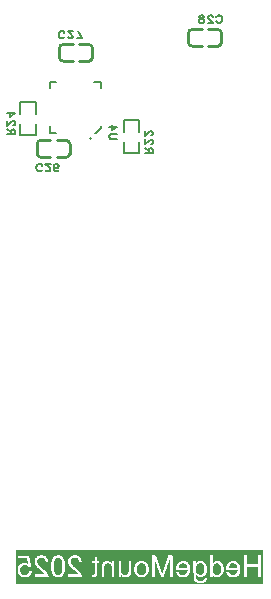
<source format=gbo>
G04 Layer: BottomSilkscreenLayer*
G04 EasyEDA Pro v2.2.40.8, 2025-08-03 21:23:04*
G04 Gerber Generator version 0.3*
G04 Scale: 100 percent, Rotated: No, Reflected: No*
G04 Dimensions in millimeters*
G04 Leading zeros omitted, absolute positions, 4 integers and 5 decimals*
G04 Generated by one-click*
%FSLAX45Y45*%
%MOMM*%
%ADD10C,0.1524*%
%ADD11C,0.254*%
%ADD12C,0.14999*%
%ADD13C,0.1*%
%ADD14C,0.5354*%
G75*


G04 Text Start*
G54D10*
G01X359611Y3469749D02*
G01X356563Y3463399D01*
G01X350213Y3457303D01*
G01X344117Y3454255D01*
G01X331671Y3454255D01*
G01X325575Y3457303D01*
G01X319225Y3463399D01*
G01X316177Y3469749D01*
G01X313129Y3478893D01*
G01X313129Y3494387D01*
G01X316177Y3503785D01*
G01X319225Y3509881D01*
G01X325575Y3516231D01*
G01X331671Y3519279D01*
G01X344117Y3519279D01*
G01X350213Y3516231D01*
G01X356563Y3509881D01*
G01X359611Y3503785D01*
G01X392885Y3469749D02*
G01X392885Y3466701D01*
G01X395933Y3460351D01*
G01X398981Y3457303D01*
G01X405077Y3454255D01*
G01X417523Y3454255D01*
G01X423873Y3457303D01*
G01X426921Y3460351D01*
G01X429969Y3466701D01*
G01X429969Y3472797D01*
G01X426921Y3478893D01*
G01X420571Y3488291D01*
G01X389837Y3519279D01*
G01X433017Y3519279D01*
G01X500327Y3463399D02*
G01X497279Y3457303D01*
G01X487881Y3454255D01*
G01X481785Y3454255D01*
G01X472387Y3457303D01*
G01X466291Y3466701D01*
G01X463243Y3481941D01*
G01X463243Y3497435D01*
G01X466291Y3509881D01*
G01X472387Y3516231D01*
G01X481785Y3519279D01*
G01X484833Y3519279D01*
G01X493977Y3516231D01*
G01X500327Y3509881D01*
G01X503375Y3500737D01*
G01X503375Y3497435D01*
G01X500327Y3488291D01*
G01X493977Y3481941D01*
G01X484833Y3478893D01*
G01X481785Y3478893D01*
G01X472387Y3481941D01*
G01X466291Y3488291D01*
G01X463243Y3497435D01*
G01X549402Y4594860D02*
G01X546354Y4588510D01*
G01X540004Y4582414D01*
G01X533908Y4579366D01*
G01X521462Y4579366D01*
G01X515366Y4582414D01*
G01X509016Y4588510D01*
G01X505968Y4594860D01*
G01X502920Y4604004D01*
G01X502920Y4619498D01*
G01X505968Y4628896D01*
G01X509016Y4634992D01*
G01X515366Y4641342D01*
G01X521462Y4644390D01*
G01X533908Y4644390D01*
G01X540004Y4641342D01*
G01X546354Y4634992D01*
G01X549402Y4628896D01*
G01X582676Y4594860D02*
G01X582676Y4591812D01*
G01X585724Y4585462D01*
G01X588772Y4582414D01*
G01X594868Y4579366D01*
G01X607314Y4579366D01*
G01X613664Y4582414D01*
G01X616712Y4585462D01*
G01X619760Y4591812D01*
G01X619760Y4597908D01*
G01X616712Y4604004D01*
G01X610362Y4613402D01*
G01X579628Y4644390D01*
G01X622808Y4644390D01*
G01X696214Y4579366D02*
G01X665226Y4644390D01*
G01X653034Y4579366D02*
G01X696214Y4579366D01*
G01X1837489Y4759851D02*
G01X1840537Y4766201D01*
G01X1846887Y4772297D01*
G01X1852983Y4775345D01*
G01X1865429Y4775345D01*
G01X1871525Y4772297D01*
G01X1877875Y4766201D01*
G01X1880923Y4759851D01*
G01X1883971Y4750707D01*
G01X1883971Y4735213D01*
G01X1880923Y4725815D01*
G01X1877875Y4719719D01*
G01X1871525Y4713369D01*
G01X1865429Y4710321D01*
G01X1852983Y4710321D01*
G01X1846887Y4713369D01*
G01X1840537Y4719719D01*
G01X1837489Y4725815D01*
G01X1804215Y4759851D02*
G01X1804215Y4762899D01*
G01X1801167Y4769249D01*
G01X1798119Y4772297D01*
G01X1792023Y4775345D01*
G01X1779577Y4775345D01*
G01X1773227Y4772297D01*
G01X1770179Y4769249D01*
G01X1767131Y4762899D01*
G01X1767131Y4756803D01*
G01X1770179Y4750707D01*
G01X1776529Y4741309D01*
G01X1807263Y4710321D01*
G01X1764083Y4710321D01*
G01X1718617Y4775345D02*
G01X1727761Y4772297D01*
G01X1730809Y4766201D01*
G01X1730809Y4759851D01*
G01X1727761Y4753755D01*
G01X1721665Y4750707D01*
G01X1709219Y4747659D01*
G01X1699821Y4744357D01*
G01X1693725Y4738261D01*
G01X1690677Y4732165D01*
G01X1690677Y4722767D01*
G01X1693725Y4716671D01*
G01X1696773Y4713369D01*
G01X1706171Y4710321D01*
G01X1718617Y4710321D01*
G01X1727761Y4713369D01*
G01X1730809Y4716671D01*
G01X1733857Y4722767D01*
G01X1733857Y4732165D01*
G01X1730809Y4738261D01*
G01X1724713Y4744357D01*
G01X1715315Y4747659D01*
G01X1703123Y4750707D01*
G01X1696773Y4753755D01*
G01X1693725Y4759851D01*
G01X1693725Y4766201D01*
G01X1696773Y4772297D01*
G01X1706171Y4775345D01*
G01X1718617Y4775345D01*
G01X132334Y3766820D02*
G01X67310Y3766820D01*
G01X132334Y3766820D02*
G01X132334Y3794760D01*
G01X129286Y3803904D01*
G01X126238Y3806952D01*
G01X119888Y3810254D01*
G01X113792Y3810254D01*
G01X107696Y3806952D01*
G01X104648Y3803904D01*
G01X101346Y3794760D01*
G01X101346Y3766820D01*
G01X101346Y3788410D02*
G01X67310Y3810254D01*
G01X116840Y3843528D02*
G01X119888Y3843528D01*
G01X126238Y3846576D01*
G01X129286Y3849624D01*
G01X132334Y3855720D01*
G01X132334Y3868166D01*
G01X129286Y3874516D01*
G01X126238Y3877564D01*
G01X119888Y3880612D01*
G01X113792Y3880612D01*
G01X107696Y3877564D01*
G01X98298Y3871214D01*
G01X67310Y3840480D01*
G01X67310Y3883660D01*
G01X132334Y3944620D02*
G01X89154Y3913886D01*
G01X89154Y3960114D01*
G01X132334Y3944620D02*
G01X67310Y3944620D01*
G01X994899Y3728122D02*
G01X948417Y3728122D01*
G01X939273Y3731170D01*
G01X932923Y3737520D01*
G01X929875Y3746664D01*
G01X929875Y3753014D01*
G01X932923Y3762158D01*
G01X939273Y3768254D01*
G01X948417Y3771556D01*
G01X994899Y3771556D01*
G01X994899Y3832516D02*
G01X951719Y3801782D01*
G01X951719Y3848010D01*
G01X994899Y3832516D02*
G01X929875Y3832516D01*
G01X1298214Y3607991D02*
G01X1233190Y3607991D01*
G01X1298214Y3607991D02*
G01X1298214Y3635931D01*
G01X1295166Y3645075D01*
G01X1292118Y3648123D01*
G01X1285768Y3651425D01*
G01X1279672Y3651425D01*
G01X1273576Y3648123D01*
G01X1270528Y3645075D01*
G01X1267226Y3635931D01*
G01X1267226Y3607991D01*
G01X1267226Y3629581D02*
G01X1233190Y3651425D01*
G01X1282720Y3684699D02*
G01X1285768Y3684699D01*
G01X1292118Y3687747D01*
G01X1295166Y3690795D01*
G01X1298214Y3696891D01*
G01X1298214Y3709337D01*
G01X1295166Y3715687D01*
G01X1292118Y3718735D01*
G01X1285768Y3721783D01*
G01X1279672Y3721783D01*
G01X1273576Y3718735D01*
G01X1264178Y3712385D01*
G01X1233190Y3681651D01*
G01X1233190Y3724831D01*
G01X1282720Y3758105D02*
G01X1285768Y3758105D01*
G01X1292118Y3761153D01*
G01X1295166Y3764201D01*
G01X1298214Y3770297D01*
G01X1298214Y3782743D01*
G01X1295166Y3789093D01*
G01X1292118Y3792141D01*
G01X1285768Y3795189D01*
G01X1279672Y3795189D01*
G01X1273576Y3792141D01*
G01X1264178Y3785791D01*
G01X1233190Y3755057D01*
G01X1233190Y3798237D01*
G36*
G01X1217430Y38716D02*
G01X1214351Y37561D01*
G01X1210887Y36791D01*
G01X1208578Y36407D01*
G01X1205114Y36022D01*
G01X1198572Y36407D01*
G01X1192414Y37561D01*
G01X1187796Y39101D01*
G01X1183948Y41025D01*
G01X1181254Y42949D01*
G01X1179330Y44489D01*
G01X1173557Y50261D01*
G01X1172017Y52186D01*
G01X1170478Y54879D01*
G01X1168939Y57958D01*
G01X1167784Y61037D01*
G01X1166630Y64501D01*
G01X1165475Y69119D01*
G01X1164706Y73352D01*
G01X1164321Y84897D01*
G01X1164706Y97213D01*
G01X1165475Y101831D01*
G01X1166245Y105679D01*
G01X1167014Y108758D01*
G01X1168169Y112222D01*
G01X1169709Y115686D01*
G01X1171633Y119534D01*
G01X1173557Y122228D01*
G01X1175096Y124152D01*
G01X1178945Y128001D01*
G01X1182793Y131079D01*
G01X1185487Y133004D01*
G01X1188951Y134543D01*
G01X1192414Y135697D01*
G01X1195493Y136467D01*
G01X1201651Y136852D01*
G01X1208578Y136467D01*
G01X1212427Y135697D01*
G01X1216275Y134543D01*
G01X1219739Y133004D01*
G01X1222433Y131464D01*
G01X1224742Y129925D01*
G01X1228590Y126846D01*
G01X1230514Y124922D01*
G01X1232824Y121843D01*
G01X1235133Y118379D01*
G01X1236672Y115301D01*
G01X1238211Y111452D01*
G01X1239366Y107989D01*
G01X1240906Y100291D01*
G01X1241290Y88361D01*
G01X1240906Y74891D01*
G01X1240136Y70273D01*
G01X1239366Y67194D01*
G01X1238596Y63731D01*
G01X1237442Y60267D01*
G01X1236287Y57573D01*
G01X1233978Y52955D01*
G01X1232439Y50646D01*
G01X1230130Y47952D01*
G01X1227821Y45643D01*
G01X1225896Y44104D01*
G01X1223203Y41794D01*
G01X1220124Y39870D01*
G01X1217430Y38716D01*
G37*
G36*
G01X1589193Y114146D02*
G01X1590733Y109143D01*
G01X1591887Y103370D01*
G01X1591887Y99522D01*
G01X1555327Y99137D01*
G01X1519151Y99137D01*
G01X1519151Y101446D01*
G01X1519536Y104910D01*
G01X1520306Y108373D01*
G01X1521460Y112991D01*
G01X1522999Y117225D01*
G01X1524924Y120689D01*
G01X1526463Y123383D01*
G01X1528003Y125307D01*
G01X1531851Y129155D01*
G01X1534930Y131464D01*
G01X1538778Y133773D01*
G01X1543011Y135313D01*
G01X1546475Y136467D01*
G01X1553017Y136852D01*
G01X1561099Y136467D01*
G01X1566103Y135313D01*
G01X1570336Y133773D01*
G01X1575724Y131079D01*
G01X1579572Y128001D01*
G01X1581881Y125691D01*
G01X1584190Y122997D01*
G01X1586114Y120304D01*
G01X1587654Y117610D01*
G01X1589193Y114146D01*
G37*
G36*
G01X1713884Y41794D02*
G01X1710806Y40640D01*
G01X1707342Y39870D01*
G01X1705033Y39486D01*
G01X1701954Y39101D01*
G01X1695796Y39486D01*
G01X1690024Y40640D01*
G01X1685790Y42179D01*
G01X1682711Y43719D01*
G01X1679633Y45643D01*
G01X1676939Y47952D01*
G01X1673090Y51801D01*
G01X1671166Y54494D01*
G01X1669242Y57573D01*
G01X1667703Y61037D01*
G01X1666163Y65655D01*
G01X1665009Y69504D01*
G01X1664239Y74891D01*
G01X1663854Y85283D01*
G01X1664239Y97983D01*
G01X1665009Y102601D01*
G01X1665393Y105294D01*
G01X1666163Y108373D01*
G01X1667317Y111837D01*
G01X1668472Y114916D01*
G01X1670011Y117994D01*
G01X1671551Y120689D01*
G01X1673475Y123383D01*
G01X1675784Y126076D01*
G01X1679633Y129925D01*
G01X1681557Y131464D01*
G01X1684251Y133004D01*
G01X1687330Y134543D01*
G01X1690409Y135697D01*
G01X1693487Y136467D01*
G01X1698875Y136852D01*
G01X1705033Y136467D01*
G01X1708881Y135697D01*
G01X1712730Y134543D01*
G01X1716578Y132619D01*
G01X1721966Y128770D01*
G01X1724660Y126461D01*
G01X1726969Y123383D01*
G01X1729278Y119919D01*
G01X1730817Y117225D01*
G01X1731972Y114531D01*
G01X1733127Y111452D01*
G01X1734281Y107219D01*
G01X1735051Y103370D01*
G01X1735821Y96443D01*
G01X1736206Y89901D01*
G01X1735821Y83358D01*
G01X1735436Y80279D01*
G01X1735051Y75661D01*
G01X1734281Y71043D01*
G01X1733511Y67194D01*
G01X1732357Y62961D01*
G01X1730817Y59497D01*
G01X1729278Y56419D01*
G01X1727739Y53725D01*
G01X1725814Y51031D01*
G01X1722736Y47567D01*
G01X1719657Y45258D01*
G01X1716963Y43334D01*
G01X1713884Y41794D01*
G37*
G36*
G01X1853969Y38716D02*
G01X1850890Y37561D01*
G01X1847811Y36791D01*
G01X1845887Y36407D01*
G01X1842424Y36022D01*
G01X1837421Y36407D01*
G01X1833572Y37176D01*
G01X1830493Y37946D01*
G01X1827414Y39101D01*
G01X1823951Y41025D01*
G01X1821257Y42949D01*
G01X1817409Y46028D01*
G01X1814330Y49876D01*
G01X1812406Y52570D01*
G01X1810866Y55649D01*
G01X1809711Y58343D01*
G01X1808557Y61422D01*
G01X1807403Y65655D01*
G01X1806633Y69504D01*
G01X1805863Y77970D01*
G01X1805478Y83358D01*
G01X1805863Y88746D01*
G01X1806248Y92979D01*
G01X1806633Y97983D01*
G01X1807403Y102601D01*
G01X1808172Y106449D01*
G01X1808942Y109528D01*
G01X1810096Y112991D01*
G01X1811636Y116455D01*
G01X1813560Y120304D01*
G01X1817409Y125691D01*
G01X1819717Y128386D01*
G01X1821642Y129925D01*
G01X1824336Y131849D01*
G01X1827414Y133773D01*
G01X1831263Y135313D01*
G01X1835111Y136467D01*
G01X1840884Y136852D01*
G01X1846657Y136467D01*
G01X1849351Y136083D01*
G01X1852430Y135313D01*
G01X1855893Y133773D01*
G01X1858587Y132234D01*
G01X1860896Y130694D01*
G01X1863206Y128770D01*
G01X1867054Y124922D01*
G01X1868593Y122997D01*
G01X1870133Y120304D01*
G01X1871672Y117225D01*
G01X1872827Y114146D01*
G01X1873981Y110683D01*
G01X1875136Y106064D01*
G01X1875906Y101831D01*
G01X1876675Y91825D01*
G01X1877060Y87591D01*
G01X1876675Y83358D01*
G01X1876290Y79510D01*
G01X1875906Y74122D01*
G01X1875136Y69504D01*
G01X1874366Y66425D01*
G01X1873596Y62961D01*
G01X1872442Y59497D01*
G01X1868209Y51031D01*
G01X1866669Y49107D01*
G01X1860896Y43334D01*
G01X1858587Y41410D01*
G01X1856278Y39870D01*
G01X1853969Y38716D01*
G37*
G36*
G01X2014451Y109528D02*
G01X2015221Y106449D01*
G01X2015606Y102601D01*
G01X2015221Y99522D01*
G01X1979814Y99137D01*
G01X1943639Y99522D01*
G01X1942869Y100099D01*
G01X1942869Y101061D01*
G01X1943639Y106449D01*
G01X1944409Y110297D01*
G01X1945563Y114146D01*
G01X1946717Y116840D01*
G01X1948257Y120304D01*
G01X1950181Y122997D01*
G01X1954799Y128386D01*
G01X1958648Y131464D01*
G01X1961342Y133004D01*
G01X1964421Y134543D01*
G01X1967499Y135697D01*
G01X1970578Y136467D01*
G01X1977121Y136852D01*
G01X1985203Y136467D01*
G01X1990206Y135313D01*
G01X1994439Y133773D01*
G01X1997903Y131849D01*
G01X2000596Y130310D01*
G01X2002521Y128770D01*
G01X2007139Y124152D01*
G01X2010987Y118379D01*
G01X2012142Y116070D01*
G01X2013296Y112991D01*
G01X2014451Y109528D01*
G37*
G36*
G01X139623Y-38100D02*
G01X139623Y85667D01*
G01X153324Y85667D01*
G01X153324Y81049D01*
G01X154093Y71813D01*
G01X154863Y67579D01*
G01X156017Y62961D01*
G01X158327Y56034D01*
G01X159866Y52570D01*
G01X161406Y49491D01*
G01X162945Y46797D01*
G01X164484Y44489D01*
G01X165639Y42564D01*
G01X167178Y40640D01*
G01X171796Y35252D01*
G01X175645Y31404D01*
G01X177569Y29864D01*
G01X182957Y26016D01*
G01X185651Y24476D01*
G01X189114Y22937D01*
G01X195272Y20628D01*
G01X199121Y19473D01*
G01X202584Y18704D01*
G01X202584Y18704D01*
G01X208742Y17934D01*
G01X216054Y17549D01*
G01X222981Y17934D01*
G01X227214Y18704D01*
G01X232987Y19858D01*
G01X236451Y21013D01*
G01X239145Y21783D01*
G01X241839Y22937D01*
G01X250306Y27170D01*
G01X252230Y28710D01*
G01X256848Y32558D01*
G01X260696Y36407D01*
G01X262236Y38331D01*
G01X264160Y41025D01*
G01X264930Y42179D01*
G01X297642Y42179D01*
G01X297642Y20628D01*
G01X417714Y20628D01*
G01X417714Y22937D01*
G01X417330Y26401D01*
G01X416560Y30249D01*
G01X415406Y34483D01*
G01X413866Y38331D01*
G01X412327Y41794D01*
G01X410787Y44873D01*
G01X408863Y48337D01*
G01X406554Y51801D01*
G01X403860Y55649D01*
G01X400781Y59497D01*
G01X398472Y62576D01*
G01X384233Y76816D01*
G01X381154Y79125D01*
G01X379230Y81049D01*
G01X369993Y88746D01*
G01X359217Y97983D01*
G01X354599Y101831D01*
G01X350751Y105679D01*
G01X346133Y109528D01*
G01X344208Y111452D01*
G01X437727Y111452D01*
G01X438111Y97213D01*
G01X438496Y92979D01*
G01X438881Y87207D01*
G01X439651Y81049D01*
G01X440421Y75661D01*
G01X441190Y71813D01*
G01X441960Y68734D01*
G01X442730Y65270D01*
G01X443884Y60652D01*
G01X445424Y56804D01*
G01X446578Y53725D01*
G01X447733Y51031D01*
G01X450811Y44873D01*
G01X452736Y41794D01*
G01X454660Y39101D01*
G01X455814Y37176D01*
G01X457354Y35252D01*
G01X463127Y29479D01*
G01X466975Y26401D01*
G01X469669Y24476D01*
G01X472748Y22937D01*
G01X478136Y20628D01*
G01X481599Y19473D01*
G01X485063Y18704D01*
G01X485063Y18704D01*
G01X490451Y17934D01*
G01X497378Y17549D01*
G01X504690Y17934D01*
G01X507384Y18704D01*
G01X510848Y19473D01*
G01X515466Y20628D01*
G01X519314Y22167D01*
G01X522778Y23707D01*
G01X526627Y26016D01*
G01X530475Y28710D01*
G01X533169Y31019D01*
G01X537017Y34867D01*
G01X538557Y36791D01*
G01X540481Y39486D01*
G01X542277Y42179D01*
G01X580121Y42179D01*
G01X580121Y20628D01*
G01X700193Y20628D01*
G01X700193Y22552D01*
G01X700116Y23322D01*
G01X781011Y23322D01*
G01X781011Y20628D01*
G01X784475Y20243D01*
G01X784475Y20243D01*
G01X789093Y19473D01*
G01X797175Y19089D01*
G01X804872Y19473D01*
G01X807566Y20243D01*
G01X810645Y21013D01*
G01X813724Y22167D01*
G01X816803Y23707D01*
G01X819111Y25246D01*
G01X821036Y26786D01*
G01X823345Y29479D01*
G01X825654Y33328D01*
G01X826809Y36407D01*
G01X827578Y41794D01*
G01X827782Y66810D01*
G01X866448Y66810D01*
G01X866833Y22552D01*
G01X867217Y20628D01*
G01X888769Y20628D01*
G01X888769Y62961D01*
G01X889154Y106449D01*
G01X889539Y109143D01*
G01X889924Y113376D01*
G01X890693Y117225D01*
G01X891463Y120304D01*
G01X892617Y123383D01*
G01X894542Y126461D01*
G01X897621Y129925D01*
G01X901084Y132234D01*
G01X903778Y133773D01*
G01X906857Y134928D01*
G01X909936Y135697D01*
G01X914939Y136083D01*
G01X920711Y135697D01*
G01X925330Y134928D01*
G01X929563Y133773D01*
G01X933027Y132234D01*
G01X936106Y130694D01*
G01X938414Y129155D01*
G01X942263Y126076D01*
G01X944572Y123383D01*
G01X946496Y120304D01*
G01X947651Y117610D01*
G01X948806Y114531D01*
G01X949960Y110297D01*
G01X950730Y106449D01*
G01X951114Y64886D01*
G01X951499Y22552D01*
G01X951884Y20628D01*
G01X973436Y20628D01*
G01X973436Y86437D01*
G01X973436Y86437D01*
G01X973436Y152246D01*
G01X1008842Y152246D01*
G01X1008842Y20628D01*
G01X1028854Y20628D01*
G01X1028854Y38331D01*
G01X1030393Y37561D01*
G01X1032317Y35637D01*
G01X1033857Y33713D01*
G01X1037706Y29864D01*
G01X1041554Y26786D01*
G01X1047711Y22937D01*
G01X1050406Y21783D01*
G01X1053484Y20628D01*
G01X1056948Y19473D01*
G01X1060027Y18704D01*
G01X1060027Y18704D01*
G01X1066954Y17934D01*
G01X1070803Y17549D01*
G01X1075036Y17934D01*
G01X1079269Y18704D01*
G01X1083117Y19473D01*
G01X1086196Y20243D01*
G01X1089660Y21397D01*
G01X1093124Y22937D01*
G01X1096203Y24476D01*
G01X1099281Y26401D01*
G01X1101975Y28325D01*
G01X1103899Y29864D01*
G01X1106593Y32558D01*
G01X1108903Y36022D01*
G01X1110442Y38716D01*
G01X1111596Y41410D01*
G01X1112751Y44489D01*
G01X1113906Y48722D01*
G01X1114675Y52570D01*
G01X1114948Y88361D01*
G01X1141230Y88361D01*
G01X1141614Y78740D01*
G01X1141999Y75661D01*
G01X1142384Y71813D01*
G01X1143154Y67194D01*
G01X1143924Y63346D01*
G01X1144693Y59883D01*
G01X1145848Y56034D01*
G01X1147003Y52955D01*
G01X1148542Y49491D01*
G01X1153160Y41794D01*
G01X1155469Y39101D01*
G01X1157393Y36791D01*
G01X1159317Y34867D01*
G01X1161242Y33328D01*
G01X1163936Y30634D01*
G01X1167784Y27940D01*
G01X1170863Y26016D01*
G01X1177021Y22937D01*
G01X1180099Y21783D01*
G01X1183563Y20628D01*
G01X1187796Y19473D01*
G01X1191645Y18704D01*
G01X1191645Y18704D01*
G01X1199342Y17934D01*
G01X1203575Y17549D01*
G01X1208578Y17934D01*
G01X1213196Y18704D01*
G01X1220893Y20243D01*
G01X1225127Y21397D01*
G01X1228975Y22937D01*
G01X1233209Y24861D01*
G01X1237057Y27170D01*
G01X1242445Y31019D01*
G01X1245139Y33328D01*
G01X1249757Y37946D01*
G01X1252066Y41025D01*
G01X1253606Y42949D01*
G01X1255145Y45643D01*
G01X1257839Y51031D01*
G01X1258993Y53725D01*
G01X1261303Y60652D01*
G01X1262457Y64886D01*
G01X1263227Y68734D01*
G01X1263996Y74891D01*
G01X1264381Y84897D01*
G01X1263996Y94904D01*
G01X1263611Y97597D01*
G01X1263227Y101831D01*
G01X1262457Y105679D01*
G01X1262072Y108373D01*
G01X1261303Y111452D01*
G01X1258993Y118379D01*
G01X1255914Y125307D01*
G01X1253990Y128770D01*
G01X1251296Y132619D01*
G01X1248987Y135697D01*
G01X1243214Y141470D01*
G01X1241290Y143010D01*
G01X1235903Y146858D01*
G01X1233209Y148397D01*
G01X1229745Y149937D01*
G01X1225896Y151476D01*
G01X1220893Y153016D01*
G01X1217045Y154170D01*
G01X1210887Y154940D01*
G01X1203960Y155325D01*
G01X1197033Y154940D01*
G01X1193569Y154555D01*
G01X1188566Y153786D01*
G01X1184717Y152631D01*
G01X1181639Y151861D01*
G01X1178560Y150707D01*
G01X1173172Y148397D01*
G01X1170478Y146858D01*
G01X1167014Y144549D01*
G01X1163166Y141470D01*
G01X1160087Y139161D01*
G01X1158163Y137237D01*
G01X1156624Y135313D01*
G01X1154314Y132619D01*
G01X1151621Y128770D01*
G01X1149696Y125691D01*
G01X1148157Y122613D01*
G01X1146617Y119149D01*
G01X1144309Y112222D01*
G01X1143154Y108373D01*
G01X1142384Y104910D01*
G01X1141614Y97983D01*
G01X1141230Y88361D01*
G01X1114948Y88361D01*
G01X1115060Y102986D01*
G01X1115060Y152246D01*
G01X1093509Y152246D01*
G01X1093509Y113376D01*
G01X1093124Y73352D01*
G01X1092354Y59497D01*
G01X1091969Y56804D01*
G01X1091199Y53725D01*
G01X1089660Y50261D01*
G01X1088121Y47567D01*
G01X1086966Y45643D01*
G01X1085427Y43719D01*
G01X1083503Y42179D01*
G01X1081193Y40640D01*
G01X1078499Y39101D01*
G01X1075036Y37946D01*
G01X1071572Y37176D01*
G01X1066954Y36791D01*
G01X1062336Y37176D01*
G01X1058103Y37946D01*
G01X1053484Y39101D01*
G01X1050021Y40640D01*
G01X1046942Y42179D01*
G01X1044633Y43719D01*
G01X1040784Y46797D01*
G01X1038860Y48722D01*
G01X1037321Y50646D01*
G01X1035781Y53340D01*
G01X1034242Y56419D01*
G01X1033087Y59497D01*
G01X1032317Y62576D01*
G01X1031548Y68734D01*
G01X1031163Y111067D01*
G01X1031163Y152246D01*
G01X1008842Y152246D01*
G01X973436Y152246D01*
G01X973436Y152246D01*
G01X953424Y152246D01*
G01X953424Y143779D01*
G01X953135Y137526D01*
G01X952269Y135697D01*
G01X950345Y137622D01*
G01X948421Y139931D01*
G01X943803Y144549D01*
G01X940724Y146858D01*
G01X937645Y148783D01*
G01X934181Y150707D01*
G01X928024Y153016D01*
G01X923790Y154170D01*
G01X919942Y154940D01*
G01X914169Y155325D01*
G01X906857Y154940D01*
G01X901469Y154170D01*
G01X896081Y153016D01*
G01X891848Y151476D01*
G01X888384Y149937D01*
G01X884536Y148013D01*
G01X881842Y146089D01*
G01X879917Y144934D01*
G01X877224Y142625D01*
G01X874914Y139546D01*
G01X872990Y136852D01*
G01X871066Y133004D01*
G01X869527Y129155D01*
G01X868372Y125307D01*
G01X867603Y121843D01*
G01X866833Y110297D01*
G01X866448Y66810D01*
G01X827782Y66810D01*
G01X827963Y89131D01*
G01X827963Y135313D01*
G01X844896Y135313D01*
G01X844896Y152246D01*
G01X827963Y152246D01*
G01X827963Y168410D01*
G01X827578Y180821D01*
G01X826424Y185728D01*
G01X822960Y188037D01*
G01X816803Y191886D01*
G01X812954Y194194D01*
G01X809875Y196119D01*
G01X807566Y197273D01*
G01X806700Y191886D01*
G01X806411Y174952D01*
G01X806411Y152246D01*
G01X784090Y152246D01*
G01X784090Y135313D01*
G01X806411Y135313D01*
G01X806411Y96058D01*
G01X806027Y53340D01*
G01X805257Y47952D01*
G01X804103Y44489D01*
G01X802178Y42179D01*
G01X799484Y40640D01*
G01X793327Y39870D01*
G01X787554Y40255D01*
G01X784860Y40640D01*
G01X783706Y40255D01*
G01X783321Y39101D01*
G01X782936Y36407D01*
G01X781396Y27170D01*
G01X781011Y23322D01*
G01X700116Y23322D01*
G01X699809Y26401D01*
G01X699039Y30249D01*
G01X697884Y34483D01*
G01X696345Y38716D01*
G01X693266Y44873D01*
G01X691342Y48337D01*
G01X689033Y51801D01*
G01X686339Y55649D01*
G01X684030Y58728D01*
G01X680951Y62576D01*
G01X666711Y76816D01*
G01X663633Y79125D01*
G01X661709Y81049D01*
G01X656321Y85667D01*
G01X647084Y93364D01*
G01X636309Y102601D01*
G01X632460Y106449D01*
G01X627072Y111067D01*
G01X622454Y115686D01*
G01X620145Y118764D01*
G01X616296Y122613D01*
G01X614757Y124537D01*
G01X612833Y127231D01*
G01X610524Y130694D01*
G01X608599Y134158D01*
G01X607060Y137237D01*
G01X605906Y139931D01*
G01X604751Y143010D01*
G01X603981Y146089D01*
G01X603596Y148783D01*
G01X603211Y151861D01*
G01X603596Y154940D01*
G01X604366Y160328D01*
G01X605136Y163407D01*
G01X606290Y166486D01*
G01X607830Y169179D01*
G01X609369Y171489D01*
G01X611678Y174183D01*
G01X615142Y177646D01*
G01X618606Y179955D01*
G01X621299Y181494D01*
G01X625148Y183034D01*
G01X628996Y184189D01*
G01X636693Y184573D01*
G01X645160Y184189D01*
G01X649778Y183034D01*
G01X653627Y181494D01*
G01X656706Y179955D01*
G01X659399Y178416D01*
G01X662093Y176491D01*
G01X664403Y174183D01*
G01X665942Y172258D01*
G01X667866Y169949D01*
G01X669406Y167255D01*
G01X670945Y163407D01*
G01X672099Y159558D01*
G01X672869Y154170D01*
G01X673254Y151091D01*
G01X674024Y148783D01*
G01X675948Y148783D01*
G01X691342Y150322D01*
G01X694036Y150707D01*
G01X695190Y151091D01*
G01X695575Y152246D01*
G01X695190Y155710D01*
G01X694421Y159558D01*
G01X692881Y165716D01*
G01X691727Y169179D01*
G01X690572Y172258D01*
G01X689417Y174567D01*
G01X687878Y177261D01*
G01X685954Y180725D01*
G01X683260Y184189D01*
G01X680951Y187267D01*
G01X679027Y189191D01*
G01X675178Y192270D01*
G01X672484Y194194D01*
G01X669021Y196119D01*
G01X665942Y197658D01*
G01X663248Y198813D01*
G01X660169Y199967D01*
G01X656321Y201122D01*
G01X652857Y201891D01*
G01X650162Y202276D01*
G01X1292090Y202276D01*
G01X1292090Y20628D01*
G01X1315181Y20628D01*
G01X1315181Y94519D01*
G01X1315566Y169564D01*
G01X1315951Y170238D01*
G01X1316336Y169949D01*
G01X1317490Y167640D01*
G01X1319799Y160713D01*
G01X1321339Y156864D01*
G01X1325957Y143010D01*
G01X1327496Y139161D01*
G01X1332114Y125307D01*
G01X1333654Y121458D01*
G01X1338272Y107604D01*
G01X1341351Y99137D01*
G01X1344430Y89901D01*
G01X1347509Y81434D01*
G01X1350587Y72197D01*
G01X1353666Y63731D01*
G01X1358284Y49876D01*
G01X1359824Y46028D01*
G01X1364442Y32173D01*
G01X1366751Y26016D01*
G01X1367906Y22552D01*
G01X1368290Y20628D01*
G01X1379066Y20628D01*
G01X1387244Y20916D01*
G01X1390227Y21783D01*
G01X1391381Y24476D01*
G01X1402927Y59113D01*
G01X1405236Y65270D01*
G01X1415627Y96443D01*
G01X1417936Y102601D01*
G01X1429481Y137237D01*
G01X1431790Y143394D01*
G01X1441027Y171104D01*
G01X1442181Y173413D01*
G01X1442759Y154555D01*
G01X1442951Y97213D01*
G01X1442951Y97213D01*
G01X1442951Y20628D01*
G01X1466042Y20628D01*
G01X1466042Y88746D01*
G01X1495290Y88746D01*
G01X1495290Y80664D01*
G01X1593042Y80664D01*
G01X1593042Y77970D01*
G01X1592657Y74122D01*
G01X1592272Y71428D01*
G01X1591503Y67194D01*
G01X1589963Y62191D01*
G01X1588424Y58728D01*
G01X1586884Y55649D01*
G01X1584960Y52186D01*
G01X1583036Y49491D01*
G01X1577263Y43719D01*
G01X1574569Y41794D01*
G01X1571106Y39870D01*
G01X1567642Y38331D01*
G01X1564178Y37176D01*
G01X1561099Y36407D01*
G01X1556096Y36022D01*
G01X1548784Y36407D01*
G01X1543011Y37561D01*
G01X1538778Y39101D01*
G01X1535699Y40640D01*
G01X1533006Y42179D01*
G01X1530696Y44104D01*
G01X1526848Y47952D01*
G01X1524539Y51031D01*
G01X1522230Y54879D01*
G01X1520690Y57958D01*
G01X1519536Y60652D01*
G01X1518381Y62576D01*
G01X1516457Y62576D01*
G01X1504142Y61037D01*
G01X1499909Y60652D01*
G01X1497599Y60364D01*
G01X1496830Y59497D01*
G01X1497214Y57189D01*
G01X1498369Y53725D01*
G01X1499909Y50261D01*
G01X1503372Y43334D01*
G01X1507221Y37946D01*
G01X1509530Y35252D01*
G01X1514148Y30634D01*
G01X1517227Y28325D01*
G01X1519921Y26401D01*
G01X1523384Y24476D01*
G01X1526463Y22937D01*
G01X1529542Y21783D01*
G01X1533006Y20628D01*
G01X1537239Y19473D01*
G01X1541087Y18704D01*
G01X1541087Y18704D01*
G01X1548014Y17934D01*
G01X1553403Y17549D01*
G01X1558021Y17934D01*
G01X1561099Y18319D01*
G01X1564948Y18704D01*
G01X1572645Y20243D01*
G01X1575724Y21013D01*
G01X1579187Y22167D01*
G01X1582651Y23707D01*
G01X1585730Y25246D01*
G01X1588424Y26786D01*
G01X1593042Y29864D01*
G01X1595351Y31789D01*
G01X1598045Y34483D01*
G01X1600739Y36791D01*
G01X1603048Y39486D01*
G01X1605742Y43334D01*
G01X1607666Y46413D01*
G01X1609206Y49491D01*
G01X1610745Y52955D01*
G01X1612284Y56804D01*
G01X1613439Y60267D01*
G01X1614978Y67194D01*
G01X1615748Y72583D01*
G01X1616133Y84128D01*
G01X1615748Y95673D01*
G01X1615363Y98367D01*
G01X1614978Y101831D01*
G01X1614209Y105679D01*
G01X1612669Y111837D01*
G01X1611514Y115686D01*
G01X1609975Y119919D01*
G01X1608436Y123383D01*
G01X1606896Y126076D01*
G01X1604972Y129155D01*
G01X1603433Y131849D01*
G01X1601893Y133773D01*
G01X1597275Y139161D01*
G01X1595351Y140701D01*
G01X1592657Y143010D01*
G01X1589578Y145319D01*
G01X1587269Y146858D01*
G01X1581881Y149937D01*
G01X1578803Y151091D01*
G01X1575338Y152246D01*
G01X1643072Y152246D01*
G01X1643072Y88361D01*
G01X1643457Y23322D01*
G01X1644227Y15625D01*
G01X1644996Y10237D01*
G01X1645766Y6389D01*
G01X1646921Y1386D01*
G01X1648460Y-2848D01*
G01X1649999Y-5927D01*
G01X1651539Y-8621D01*
G01X1653078Y-10930D01*
G01X1657696Y-16703D01*
G01X1661545Y-19781D01*
G01X1664239Y-22090D01*
G01X1667703Y-24399D01*
G01X1671166Y-26324D01*
G01X1675014Y-27863D01*
G01X1679248Y-29403D01*
G01X1682711Y-30557D01*
G01X1682711Y-30557D01*
G01X1691178Y-32096D01*
G01X1702724Y-32481D01*
G01X1713499Y-32096D01*
G01X1716963Y-31327D01*
G01X1722736Y-30172D01*
G01X1727739Y-28633D01*
G01X1731203Y-27093D01*
G01X1734281Y-25554D01*
G01X1737745Y-23630D01*
G01X1740824Y-21706D01*
G01X1743133Y-19781D01*
G01X1746981Y-15933D01*
G01X1748906Y-13239D01*
G01X1750830Y-9775D01*
G01X1752369Y-5542D01*
G01X1753524Y-2078D01*
G01X1754678Y7158D01*
G01X1754389Y8601D01*
G01X1753524Y9083D01*
G01X1748906Y8697D01*
G01X1744287Y7928D01*
G01X1738899Y7158D01*
G01X1735821Y6773D01*
G01X1733127Y6004D01*
G01X1731972Y3310D01*
G01X1730817Y-539D01*
G01X1729278Y-3617D01*
G01X1727739Y-5927D01*
G01X1725814Y-7851D01*
G01X1722736Y-9775D01*
G01X1719272Y-11699D01*
G01X1715809Y-12854D01*
G01X1712730Y-13624D01*
G01X1703878Y-14009D01*
G01X1694257Y-13624D01*
G01X1690409Y-12854D01*
G01X1687330Y-12084D01*
G01X1684636Y-11314D01*
G01X1681172Y-9775D01*
G01X1678478Y-7851D01*
G01X1676554Y-6311D01*
G01X1674245Y-4387D01*
G01X1671551Y-1309D01*
G01X1669242Y2540D01*
G01X1667703Y6773D01*
G01X1666548Y10237D01*
G01X1665778Y18704D01*
G01X1665695Y20628D01*
G01X1785466Y20628D01*
G01X1806248Y20628D01*
G01X1806248Y27940D01*
G01X1807017Y35637D01*
G01X1808172Y34867D01*
G01X1809711Y32943D01*
G01X1815484Y27170D01*
G01X1817793Y25246D01*
G01X1820872Y23322D01*
G01X1824336Y21397D01*
G01X1828954Y19858D01*
G01X1828954Y19858D01*
G01X1832803Y18704D01*
G01X1843193Y17549D01*
G01X1845887Y17934D01*
G01X1848196Y18319D01*
G01X1851275Y18704D01*
G01X1853969Y19089D01*
G01X1857048Y19858D01*
G01X1860511Y21013D01*
G01X1863590Y22167D01*
G01X1866669Y23707D01*
G01X1869363Y25246D01*
G01X1871672Y26401D01*
G01X1873981Y27940D01*
G01X1879369Y32558D01*
G01X1883987Y37176D01*
G01X1885911Y40255D01*
G01X1887451Y42179D01*
G01X1889375Y44873D01*
G01X1892454Y51031D01*
G01X1893993Y54494D01*
G01X1895533Y58343D01*
G01X1896687Y61807D01*
G01X1898227Y68734D01*
G01X1898996Y74122D01*
G01X1899381Y83743D01*
G01X1899195Y89516D01*
G01X1919009Y89516D01*
G01X1919009Y84128D01*
G01X1919393Y80664D01*
G01X1967884Y80664D01*
G01X2016760Y79894D01*
G01X2016760Y75661D01*
G01X2015990Y71043D01*
G01X2015221Y67194D01*
G01X2014066Y62961D01*
G01X2012911Y59883D01*
G01X2011757Y57189D01*
G01X2010217Y54494D01*
G01X2007139Y49876D01*
G01X2005214Y47567D01*
G01X2003290Y45643D01*
G01X2000596Y43334D01*
G01X1997903Y41410D01*
G01X1995209Y39870D01*
G01X1991745Y38331D01*
G01X1987896Y37176D01*
G01X1984433Y36407D01*
G01X1979045Y36022D01*
G01X1972887Y36407D01*
G01X1969039Y37176D01*
G01X1965960Y37946D01*
G01X1963266Y38716D01*
G01X1958648Y41025D01*
G01X1956339Y42564D01*
G01X1951721Y46413D01*
G01X1949411Y49491D01*
G01X1947103Y52955D01*
G01X1945563Y55649D01*
G01X1944024Y59113D01*
G01X1942484Y62191D01*
G01X1940560Y62576D01*
G01X1928245Y61037D01*
G01X1924011Y60652D01*
G01X1921606Y60364D01*
G01X1920548Y59497D01*
G01X1920933Y56804D01*
G01X1922472Y52955D01*
G01X1924011Y49491D01*
G01X1925551Y46413D01*
G01X1927475Y42949D01*
G01X1929399Y39870D01*
G01X1933248Y35252D01*
G01X1935172Y33328D01*
G01X1937096Y31789D01*
G01X1939790Y29094D01*
G01X1945563Y25246D01*
G01X1947872Y24091D01*
G01X1950566Y22937D01*
G01X1954030Y21397D01*
G01X1957493Y20243D01*
G01X1964421Y18704D01*
G01X1964421Y18704D01*
G01X1972117Y17934D01*
G01X1977506Y17549D01*
G01X1983663Y17934D01*
G01X1992899Y19473D01*
G01X1999057Y21013D01*
G01X2002521Y22167D01*
G01X2005599Y23322D01*
G01X2009063Y24861D01*
G01X2012911Y27170D01*
G01X2016760Y29864D01*
G01X2019839Y32173D01*
G01X2025611Y37946D01*
G01X2027921Y41025D01*
G01X2030230Y44489D01*
G01X2031769Y47183D01*
G01X2033309Y50261D01*
G01X2034848Y53725D01*
G01X2037157Y60652D01*
G01X2038311Y64886D01*
G01X2039081Y68734D01*
G01X2039851Y74891D01*
G01X2040236Y84128D01*
G01X2039851Y93364D01*
G01X2039466Y96058D01*
G01X2039081Y99522D01*
G01X2038311Y104140D01*
G01X2037157Y109528D01*
G01X2036003Y113376D01*
G01X2035233Y116070D01*
G01X2034078Y119149D01*
G01X2032539Y122613D01*
G01X2030999Y125691D01*
G01X2029075Y128770D01*
G01X2026381Y132619D01*
G01X2024072Y135697D01*
G01X2017530Y142240D01*
G01X2014451Y144549D01*
G01X2011757Y146473D01*
G01X2008293Y148397D01*
G01X2005214Y149937D01*
G01X2001751Y151476D01*
G01X1996748Y153016D01*
G01X1992899Y154170D01*
G01X1987511Y154940D01*
G01X1980969Y155325D01*
G01X1972887Y154940D01*
G01X1967499Y154170D01*
G01X1962111Y153016D01*
G01X1957109Y151476D01*
G01X1953645Y149937D01*
G01X1950566Y148397D01*
G01X1947103Y146473D01*
G01X1944409Y144934D01*
G01X1938636Y140316D01*
G01X1936711Y138391D01*
G01X1933633Y134543D01*
G01X1931324Y131849D01*
G01X1929399Y129155D01*
G01X1927860Y126461D01*
G01X1926321Y123383D01*
G01X1924011Y117994D01*
G01X1922857Y114531D01*
G01X1921703Y110683D01*
G01X1920548Y105679D01*
G01X1919778Y101061D01*
G01X1919393Y95673D01*
G01X1919009Y89516D01*
G01X1899195Y89516D01*
G01X1898996Y95673D01*
G01X1898227Y101831D01*
G01X1897457Y105679D01*
G01X1896687Y109143D01*
G01X1895533Y113761D01*
G01X1893993Y118379D01*
G01X1892454Y122613D01*
G01X1889375Y128770D01*
G01X1887066Y132619D01*
G01X1884757Y136083D01*
G01X1882833Y138391D01*
G01X1878214Y143010D01*
G01X1875136Y145319D01*
G01X1873211Y146858D01*
G01X1867824Y149937D01*
G01X1865130Y151091D01*
G01X1858972Y153401D01*
G01X1855893Y154170D01*
G01X1850506Y154940D01*
G01X1845503Y155325D01*
G01X1839730Y154940D01*
G01X1835111Y154170D01*
G01X1830109Y153016D01*
G01X1825875Y151476D01*
G01X1822796Y149937D01*
G01X1820103Y148397D01*
G01X1817793Y146858D01*
G01X1812021Y142240D01*
G01X1810481Y140316D01*
G01X1808942Y138776D01*
G01X1808076Y146473D01*
G01X1807787Y170334D01*
G01X1807787Y202276D01*
G01X2070254Y202276D01*
G01X2070254Y20628D01*
G01X2094114Y20628D01*
G01X2094114Y106834D01*
G01X2188787Y106834D01*
G01X2188787Y20628D01*
G01X2212648Y20628D01*
G01X2212648Y111452D01*
G01X2212648Y111452D01*
G01X2212648Y202276D01*
G01X2188787Y202276D01*
G01X2188787Y127616D01*
G01X2094114Y127616D01*
G01X2094114Y202276D01*
G01X2070254Y202276D01*
G01X1807787Y202276D01*
G01X1807787Y202276D01*
G01X1785466Y202276D01*
G01X1785466Y20628D01*
G01X1665695Y20628D01*
G01X1665393Y27555D01*
G01X1665778Y36407D01*
G01X1666356Y36888D01*
G01X1667317Y36022D01*
G01X1669627Y33713D01*
G01X1675399Y29094D01*
G01X1677709Y27555D01*
G01X1680403Y26016D01*
G01X1683481Y24476D01*
G01X1687714Y22937D01*
G01X1691178Y21783D01*
G01X1696566Y21013D01*
G01X1701569Y20628D01*
G01X1706572Y21013D01*
G01X1711960Y21783D01*
G01X1716193Y22552D01*
G01X1720811Y23707D01*
G01X1723890Y24861D01*
G01X1727354Y26401D01*
G01X1731203Y28710D01*
G01X1735051Y31404D01*
G01X1738130Y33713D01*
G01X1740824Y36407D01*
G01X1743903Y40255D01*
G01X1746596Y44104D01*
G01X1748521Y46797D01*
G01X1750060Y49491D01*
G01X1751599Y52570D01*
G01X1752754Y55264D01*
G01X1753909Y58343D01*
G01X1755448Y62576D01*
G01X1756603Y66425D01*
G01X1758142Y74891D01*
G01X1758527Y85283D01*
G01X1758142Y96443D01*
G01X1757372Y101831D01*
G01X1756217Y107989D01*
G01X1755063Y111837D01*
G01X1754293Y114916D01*
G01X1753139Y118379D01*
G01X1751599Y121843D01*
G01X1748521Y128001D01*
G01X1746596Y131464D01*
G01X1744287Y134928D01*
G01X1741978Y137622D01*
G01X1735821Y143779D01*
G01X1732742Y146089D01*
G01X1726584Y149937D01*
G01X1723890Y151091D01*
G01X1720811Y152246D01*
G01X1717348Y153401D01*
G01X1714269Y154170D01*
G01X1708881Y154940D01*
G01X1703109Y155325D01*
G01X1697336Y154940D01*
G01X1694642Y154555D01*
G01X1690409Y153786D01*
G01X1686560Y152631D01*
G01X1683481Y151476D01*
G01X1680017Y149937D01*
G01X1676554Y148013D01*
G01X1673860Y146089D01*
G01X1671551Y144549D01*
G01X1669242Y142625D01*
G01X1663854Y137237D01*
G01X1663277Y138872D01*
G01X1663084Y144549D01*
G01X1663084Y152246D01*
G01X1643072Y152246D01*
G01X1575338Y152246D01*
G01X1571875Y153401D01*
G01X1568796Y154170D01*
G01X1563409Y154940D01*
G01X1557636Y155325D01*
G01X1549554Y154940D01*
G01X1544166Y154170D01*
G01X1540317Y153401D01*
G01X1537239Y152631D01*
G01X1533775Y151476D01*
G01X1529542Y149937D01*
G01X1525693Y148013D01*
G01X1522230Y145704D01*
G01X1519536Y143779D01*
G01X1515687Y140701D01*
G01X1509914Y134928D01*
G01X1507606Y131849D01*
G01X1505296Y128386D01*
G01X1503757Y125691D01*
G01X1502217Y122613D01*
G01X1500678Y119149D01*
G01X1498369Y112222D01*
G01X1497214Y107989D01*
G01X1496445Y104140D01*
G01X1495675Y97983D01*
G01X1495290Y88746D01*
G01X1466042Y88746D01*
G01X1466042Y109528D01*
G01X1465657Y200352D01*
G01X1465272Y202276D01*
G01X1448339Y202276D01*
G01X1430251Y201891D01*
G01X1428327Y199197D01*
G01X1382145Y60652D01*
G01X1379066Y50646D01*
G01X1378296Y49011D01*
G01X1377527Y48722D01*
G01X1375987Y51416D01*
G01X1366751Y79125D01*
G01X1365211Y82973D01*
G01X1358284Y103755D01*
G01X1356745Y107604D01*
G01X1350587Y126076D01*
G01X1349048Y129925D01*
G01X1342121Y150707D01*
G01X1339811Y156864D01*
G01X1334039Y174183D01*
G01X1331730Y180340D01*
G01X1325957Y197658D01*
G01X1324803Y200737D01*
G01X1320473Y201891D01*
G01X1308254Y202276D01*
G01X1292090Y202276D01*
G01X650162Y202276D01*
G01X647469Y202661D01*
G01X639772Y203046D01*
G01X629766Y202661D01*
G01X624378Y201891D01*
G01X620530Y201122D01*
G01X615911Y199967D01*
G01X611678Y198428D01*
G01X608214Y196889D01*
G01X605136Y195349D01*
G01X602057Y193425D01*
G01X599363Y191501D01*
G01X597439Y189961D01*
G01X591666Y184189D01*
G01X589357Y181110D01*
G01X587048Y177646D01*
G01X585509Y174952D01*
G01X584354Y172258D01*
G01X583199Y169179D01*
G01X582045Y165716D01*
G01X581275Y162637D01*
G01X580890Y155325D01*
G01X581275Y145704D01*
G01X582430Y139546D01*
G01X583969Y134543D01*
G01X585509Y131079D01*
G01X588972Y124152D01*
G01X590896Y121073D01*
G01X592436Y118764D01*
G01X593975Y116840D01*
G01X595514Y114531D01*
G01X601287Y107604D01*
G01X613603Y95289D01*
G01X616681Y92979D01*
G01X621299Y88361D01*
G01X624378Y86052D01*
G01X626303Y84128D01*
G01X631690Y79510D01*
G01X636309Y75661D01*
G01X647084Y66425D01*
G01X649009Y64501D01*
G01X652857Y61422D01*
G01X663248Y51031D01*
G01X665557Y47952D01*
G01X667096Y46028D01*
G01X668251Y43719D01*
G01X668636Y42179D01*
G01X580121Y42179D01*
G01X580121Y42179D01*
G01X542277Y42179D01*
G01X542790Y42949D01*
G01X544714Y46413D01*
G01X546254Y49876D01*
G01X547409Y52955D01*
G01X548563Y55649D01*
G01X549717Y58728D01*
G01X550872Y62961D01*
G01X552027Y66425D01*
G01X553566Y74122D01*
G01X554336Y79510D01*
G01X555106Y85667D01*
G01X555875Y96443D01*
G01X556260Y109143D01*
G01X555875Y121843D01*
G01X555106Y132619D01*
G01X554336Y138776D01*
G01X553566Y144164D01*
G01X552796Y148397D01*
G01X551642Y154170D01*
G01X550103Y159558D01*
G01X548563Y163791D01*
G01X547409Y166870D01*
G01X546254Y169564D01*
G01X543175Y175722D01*
G01X541636Y178416D01*
G01X539327Y181879D01*
G01X537017Y184958D01*
G01X534709Y187652D01*
G01X532014Y189961D01*
G01X528166Y193810D01*
G01X526242Y195349D01*
G01X523548Y196889D01*
G01X520469Y198428D01*
G01X517775Y199583D01*
G01X514696Y200737D01*
G01X510463Y201891D01*
G01X506614Y202661D01*
G01X499303Y203046D01*
G01X490451Y202661D01*
G01X485833Y201891D01*
G01X479675Y200352D01*
G01X476211Y199197D01*
G01X472748Y197658D01*
G01X470054Y196119D01*
G01X467745Y194964D01*
G01X465436Y193425D01*
G01X461587Y190346D01*
G01X457739Y186497D01*
G01X455430Y183419D01*
G01X452736Y179570D01*
G01X450811Y176491D01*
G01X447733Y170334D01*
G01X446578Y167640D01*
G01X445424Y164561D01*
G01X443884Y160328D01*
G01X442345Y154940D01*
G01X441190Y151091D01*
G01X439651Y142625D01*
G01X438881Y136467D01*
G01X438111Y125691D01*
G01X437727Y111452D01*
G01X344208Y111452D01*
G01X340360Y115301D01*
G01X335742Y120689D01*
G01X333817Y122613D01*
G01X332278Y124537D01*
G01X330354Y127231D01*
G01X328045Y130694D01*
G01X326121Y133773D01*
G01X323042Y140701D01*
G01X321887Y144549D01*
G01X321117Y148013D01*
G01X320733Y150707D01*
G01X321117Y155710D01*
G01X321887Y160328D01*
G01X322657Y163407D01*
G01X323811Y166486D01*
G01X325351Y169179D01*
G01X326890Y171489D01*
G01X329199Y174183D01*
G01X332663Y177646D01*
G01X336127Y179955D01*
G01X338821Y181494D01*
G01X342669Y183034D01*
G01X346517Y184189D01*
G01X354599Y184573D01*
G01X362681Y184189D01*
G01X365760Y183419D01*
G01X369609Y182264D01*
G01X372687Y180725D01*
G01X375381Y179570D01*
G01X377690Y178031D01*
G01X379999Y176107D01*
G01X381924Y174183D01*
G01X383463Y172258D01*
G01X385387Y169949D01*
G01X386927Y167255D01*
G01X388466Y163407D01*
G01X389621Y159558D01*
G01X390390Y154170D01*
G01X390775Y151091D01*
G01X391545Y148783D01*
G01X393469Y148783D01*
G01X408863Y150322D01*
G01X411557Y150707D01*
G01X412711Y151284D01*
G01X413096Y153016D01*
G01X412327Y158019D01*
G01X411172Y162637D01*
G01X410017Y166870D01*
G01X408478Y171104D01*
G01X405399Y177261D01*
G01X403475Y180725D01*
G01X400781Y184189D01*
G01X398472Y187267D01*
G01X396548Y189191D01*
G01X392699Y192270D01*
G01X390390Y193810D01*
G01X385003Y196889D01*
G01X381539Y198428D01*
G01X377690Y199967D01*
G01X373842Y201122D01*
G01X370378Y201891D01*
G01X364990Y202661D01*
G01X356139Y203046D01*
G01X347287Y202661D01*
G01X341899Y201891D01*
G01X337666Y201122D01*
G01X333048Y199967D01*
G01X329969Y198813D01*
G01X327275Y197658D01*
G01X324196Y196119D01*
G01X320733Y194194D01*
G01X318039Y192655D01*
G01X316114Y191116D01*
G01X308417Y183419D01*
G01X306493Y180725D01*
G01X304569Y177646D01*
G01X303030Y174952D01*
G01X300721Y169564D01*
G01X299566Y166101D01*
G01X298796Y162637D01*
G01X298027Y154940D01*
G01X298027Y152631D01*
G01X298411Y149552D01*
G01X298796Y144934D01*
G01X299951Y139546D01*
G01X301490Y134543D01*
G01X303030Y131079D01*
G01X306493Y124152D01*
G01X308417Y121073D01*
G01X309957Y118764D01*
G01X311496Y116840D01*
G01X312651Y114916D01*
G01X314190Y112991D01*
G01X316114Y111067D01*
G01X319193Y107219D01*
G01X330739Y95673D01*
G01X334587Y92594D01*
G01X338436Y88746D01*
G01X359987Y70273D01*
G01X364606Y66425D01*
G01X366530Y64501D01*
G01X370378Y61422D01*
G01X380769Y51031D01*
G01X383078Y47952D01*
G01X384617Y46028D01*
G01X385772Y43719D01*
G01X386157Y42179D01*
G01X297642Y42179D01*
G01X297642Y42179D01*
G01X264930Y42179D01*
G01X266469Y44489D01*
G01X268393Y47952D01*
G01X269933Y51801D01*
G01X271472Y56419D01*
G01X272627Y60267D01*
G01X273396Y64886D01*
G01X273300Y67483D01*
G01X272242Y68349D01*
G01X269548Y68734D01*
G01X260311Y69504D01*
G01X254924Y69889D01*
G01X251653Y69600D01*
G01X250306Y68734D01*
G01X247996Y61037D01*
G01X246842Y57573D01*
G01X244917Y53340D01*
G01X242609Y49491D01*
G01X240299Y46797D01*
G01X236451Y42949D01*
G01X234527Y41410D01*
G01X231833Y39870D01*
G01X228754Y38331D01*
G01X225675Y37176D01*
G01X222596Y36407D01*
G01X217593Y36022D01*
G01X210281Y36407D01*
G01X204509Y37561D01*
G01X200275Y39101D01*
G01X194887Y41794D01*
G01X192963Y43334D01*
G01X190269Y45643D01*
G01X187960Y47952D01*
G01X186421Y49876D01*
G01X184111Y52570D01*
G01X182187Y55649D01*
G01X180648Y58728D01*
G01X179109Y62961D01*
G01X177954Y66425D01*
G01X177184Y71813D01*
G01X176799Y77586D01*
G01X177184Y85667D01*
G01X177954Y90286D01*
G01X178339Y92979D01*
G01X179109Y96058D01*
G01X180648Y99907D01*
G01X182572Y103755D01*
G01X184881Y107219D01*
G01X187190Y109913D01*
G01X191039Y113761D01*
G01X193733Y115686D01*
G01X197196Y117610D01*
G01X200660Y119149D01*
G01X204509Y120304D01*
G01X207972Y121073D01*
G01X213745Y121458D01*
G01X221827Y121073D01*
G01X227599Y119919D01*
G01X231833Y118379D01*
G01X235681Y116455D01*
G01X239145Y114146D01*
G01X241839Y112222D01*
G01X245687Y108373D01*
G01X248574Y104910D01*
G01X249921Y104525D01*
G01X254924Y104910D01*
G01X261081Y105679D01*
G01X269163Y106834D01*
G01X268778Y109913D01*
G01X268009Y114146D01*
G01X265699Y125691D01*
G01X264930Y130310D01*
G01X263390Y138007D01*
G01X262621Y142625D01*
G01X261851Y146473D01*
G01X260311Y154940D01*
G01X258003Y166486D01*
G01X257233Y171104D01*
G01X255693Y178801D01*
G01X254924Y183419D01*
G01X254154Y187267D01*
G01X252614Y195734D01*
G01X252230Y198428D01*
G01X240877Y199583D01*
G01X206817Y199967D01*
G01X161406Y199967D01*
G01X161406Y191116D01*
G01X161790Y180340D01*
G01X162175Y178416D01*
G01X197966Y178416D01*
G01X225002Y178031D01*
G01X234527Y176876D01*
G01X235681Y173413D01*
G01X243378Y134928D01*
G01X243378Y131849D01*
G01X242705Y131176D01*
G01X241454Y131464D01*
G01X236066Y134543D01*
G01X232987Y136083D01*
G01X229139Y137622D01*
G01X224136Y139161D01*
G01X220287Y140316D01*
G01X216439Y140701D01*
G01X211821Y141086D01*
G01X208742Y141086D01*
G01X205278Y140701D01*
G01X201045Y140316D01*
G01X197196Y139546D01*
G01X191039Y138007D01*
G01X187960Y136852D01*
G01X181803Y133773D01*
G01X178724Y131849D01*
G01X176030Y129925D01*
G01X170257Y125307D01*
G01X168333Y123383D01*
G01X163714Y117610D01*
G01X160636Y112991D01*
G01X159481Y110683D01*
G01X157172Y105294D01*
G01X156017Y102216D01*
G01X154863Y97983D01*
G01X154093Y94134D01*
G01X153709Y91055D01*
G01X153324Y85667D01*
G01X139623Y85667D01*
G01X139623Y252538D01*
G01X2235200Y252538D01*
G01X2235200Y-38100D01*
G01X139623Y-38100D01*
G37*
G36*
G01X510463Y39101D02*
G01X506999Y37561D01*
G01X503921Y36791D01*
G01X501996Y36407D01*
G01X497378Y36022D01*
G01X490451Y36791D01*
G01X485833Y38331D01*
G01X481984Y40255D01*
G01X479290Y42179D01*
G01X477366Y43719D01*
G01X473517Y47567D01*
G01X471209Y50261D01*
G01X468899Y54110D01*
G01X466975Y57958D01*
G01X465436Y62576D01*
G01X464281Y66425D01*
G01X462742Y74122D01*
G01X461972Y80279D01*
G01X461203Y88746D01*
G01X460817Y109143D01*
G01X461203Y129540D01*
G01X461587Y133004D01*
G01X461972Y138007D01*
G01X462742Y143394D01*
G01X463511Y148013D01*
G01X464281Y151861D01*
G01X465821Y158019D01*
G01X466975Y161483D01*
G01X468514Y164946D01*
G01X470054Y168025D01*
G01X471593Y170719D01*
G01X473517Y173028D01*
G01X478521Y178031D01*
G01X480830Y179955D01*
G01X483524Y181494D01*
G01X486217Y182649D01*
G01X489296Y183804D01*
G01X495454Y184573D01*
G01X502766Y184189D01*
G01X507769Y183034D01*
G01X511233Y181494D01*
G01X514311Y179570D01*
G01X517006Y177261D01*
G01X520854Y173413D01*
G01X522393Y171489D01*
G01X523933Y168794D01*
G01X525472Y165716D01*
G01X526627Y162637D01*
G01X528936Y155710D01*
G01X529706Y152631D01*
G01X531245Y144934D01*
G01X532014Y138776D01*
G01X532784Y129540D01*
G01X533169Y111067D01*
G01X532784Y92594D01*
G01X532399Y88746D01*
G01X532014Y83358D01*
G01X531245Y77201D01*
G01X530475Y72583D01*
G01X529706Y68349D01*
G01X528551Y63731D01*
G01X527396Y60267D01*
G01X526242Y57189D01*
G01X524703Y54110D01*
G01X522778Y50646D01*
G01X520854Y47952D01*
G01X514311Y41410D01*
G01X510463Y39101D01*
G37*
G04 Text End*

G04 PolygonModel Start*
G54D11*
G01X429181Y3715857D02*
G01X349184Y3715857D01*
G01X485226Y3715903D02*
G01X565224Y3715903D01*
G01X429181Y3573889D02*
G01X349184Y3573889D01*
G01X485226Y3573937D02*
G01X565224Y3573937D01*
G01X318209Y3684875D02*
G01X318209Y3604870D01*
G01X596202Y3604923D02*
G01X596202Y3684925D01*
G01X565219Y3573937D02*
G03X596202Y3604923I0J30983D01*
G01X596202Y3684920D02*
G03X565219Y3715903I-30983J0D01*
G01X349189Y3715857D02*
G03X318209Y3684875I3J-30983D01*
G01X318209Y3604877D02*
G03X349189Y3573889I30983J-5D01*
G01X619681Y4528657D02*
G01X539684Y4528657D01*
G01X675726Y4528703D02*
G01X755724Y4528703D01*
G01X619681Y4386689D02*
G01X539684Y4386689D01*
G01X675726Y4386737D02*
G01X755724Y4386737D01*
G01X508709Y4497675D02*
G01X508709Y4417670D01*
G01X786702Y4417723D02*
G01X786702Y4497725D01*
G01X755719Y4386737D02*
G03X786702Y4417723I0J30983D01*
G01X786702Y4497720D02*
G03X755719Y4528703I-30983J0D01*
G01X539689Y4528657D02*
G03X508709Y4497675I3J-30983D01*
G01X508709Y4417677D02*
G03X539689Y4386689I30983J-5D01*
G01X1767919Y4513743D02*
G01X1847916Y4513743D01*
G01X1711874Y4513697D02*
G01X1631876Y4513697D01*
G01X1767919Y4655711D02*
G01X1847916Y4655711D01*
G01X1711874Y4655663D02*
G01X1631876Y4655663D01*
G01X1878891Y4544725D02*
G01X1878891Y4624730D01*
G01X1600899Y4624677D02*
G01X1600899Y4544675D01*
G01X1631881Y4655663D02*
G03X1600899Y4624677I0J-30983D01*
G01X1600899Y4544680D02*
G03X1631881Y4513697I30983J0D01*
G01X1847911Y4513743D02*
G03X1878891Y4544725I-3J30983D01*
G01X1878891Y4624723D02*
G03X1847911Y4655711I-30983J5D01*
G54D10*
G01X1051540Y3789121D02*
G01X1051540Y3885009D01*
G01X1051540Y3885009D02*
G01X1183660Y3885009D01*
G01X1183660Y3885009D02*
G01X1183660Y3789121D01*
G01X1051540Y3703879D02*
G01X1051540Y3607991D01*
G01X1051540Y3607991D02*
G01X1183660Y3607991D01*
G01X1183660Y3607991D02*
G01X1183660Y3703879D01*
G01X175240Y3941521D02*
G01X175240Y4037409D01*
G01X175240Y4037409D02*
G01X307360Y4037409D01*
G01X307360Y4037409D02*
G01X307360Y3941521D01*
G01X175240Y3856279D02*
G01X175240Y3760391D01*
G01X175240Y3760391D02*
G01X307360Y3760391D01*
G01X307360Y3760391D02*
G01X307360Y3856279D01*
G54D12*
G01X856334Y3834328D02*
G01X856334Y3817292D01*
G01X856334Y3817292D02*
G01X820266Y3781369D01*
G01X820266Y3781369D02*
G01X807566Y3781369D01*
G01X427328Y4159956D02*
G01X427328Y4212280D01*
G01X427328Y4212280D02*
G01X479906Y4212280D01*
G01X427328Y3834836D02*
G01X427328Y3782258D01*
G01X427328Y3782258D02*
G01X479906Y3782258D01*
G01X857350Y4159956D02*
G01X857350Y4212280D01*
G01X857350Y4212280D02*
G01X805026Y4212280D01*

G04 Circle Start*
G54D13*
G01X761834Y3733122D02*
G03X777074Y3733122I7620J0D01*
G03X761834Y3733122I-7620J0D01*
G04 Circle End*

M02*


</source>
